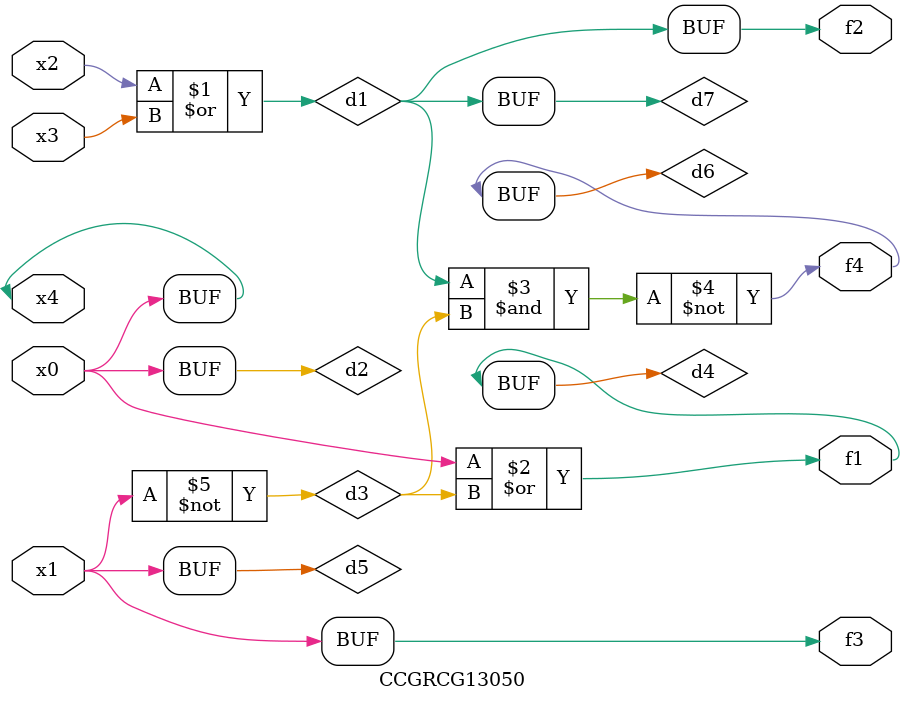
<source format=v>
module CCGRCG13050(
	input x0, x1, x2, x3, x4,
	output f1, f2, f3, f4
);

	wire d1, d2, d3, d4, d5, d6, d7;

	or (d1, x2, x3);
	buf (d2, x0, x4);
	not (d3, x1);
	or (d4, d2, d3);
	not (d5, d3);
	nand (d6, d1, d3);
	or (d7, d1);
	assign f1 = d4;
	assign f2 = d7;
	assign f3 = d5;
	assign f4 = d6;
endmodule

</source>
